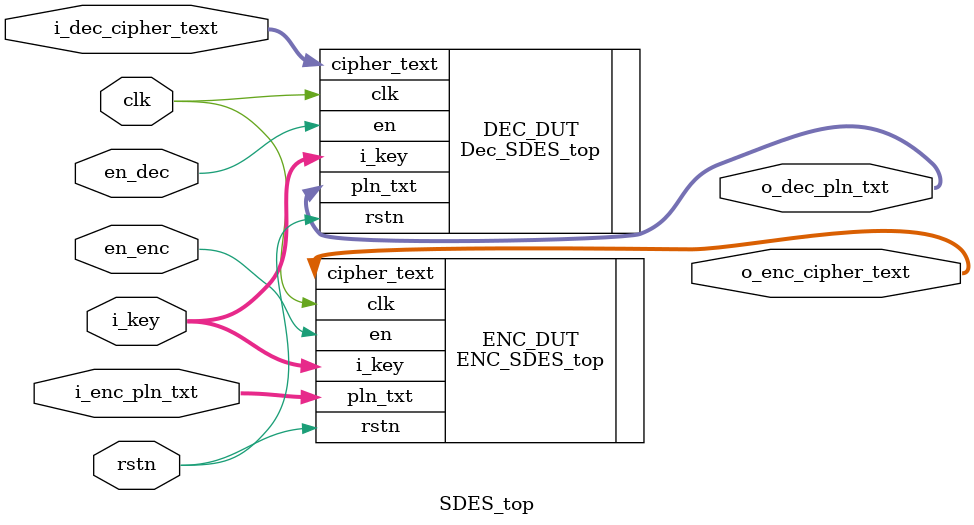
<source format=sv>
module SDES_top(

	input						clk,	
	input						rstn,	
	input			[9:0]		i_key,	
	input						en_enc,	// encoder enable
	input						en_dec,	// decoder enable 
	input			[7:0]		i_enc_pln_txt,	
	input			[7:0]		i_dec_cipher_text,	
	output			[7:0]		o_dec_pln_txt,	
	output			[7:0]		o_enc_cipher_text	
	);
	

ENC_SDES_top ENC_DUT (
.clk(clk),
.rstn(rstn),
.i_key(i_key),
.en(en_enc),
.pln_txt(i_enc_pln_txt),
.cipher_text(o_enc_cipher_text)
);


Dec_SDES_top DEC_DUT (
.clk(clk),
.rstn(rstn),
.i_key(i_key),
.en(en_dec),
.cipher_text(i_dec_cipher_text),
.pln_txt(o_dec_pln_txt)
);


endmodule 

</source>
